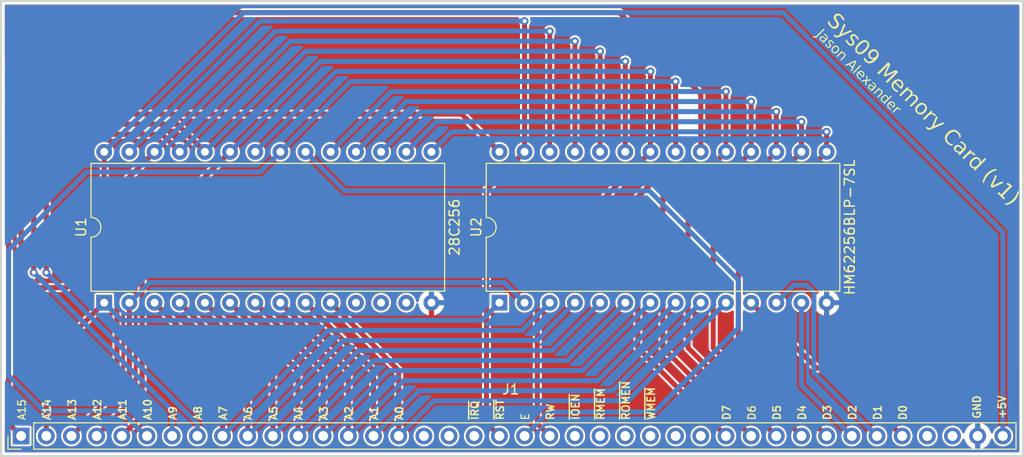
<source format=kicad_pcb>
(kicad_pcb (version 20221018) (generator pcbnew)
  (layers (0 "F.Cu" signal) (31 "B.Cu" signal) (34 "B.Paste" user) (35 "F.Paste" user) (36 "B.SilkS" user "B.Silkscreen") (37 "F.SilkS" user "F.Silkscreen") (38 "B.Mask" user) (39 "F.Mask" user) (44 "Edge.Cuts" user))
  (net 0 "")
  (net 1 "/A15")
  (net 2 "/A14")
  (net 3 "/A13")
  (net 4 "/A12")
  (net 5 "/A11")
  (net 6 "/A10")
  (net 7 "/A9")
  (net 8 "/A8")
  (net 9 "/A7")
  (net 10 "/A6")
  (net 11 "/A5")
  (net 12 "/A4")
  (net 13 "/A3")
  (net 14 "/A2")
  (net 15 "/A1")
  (net 16 "/A0")
  (net 19 "/~{RST}")
  (net 20 "/E")
  (net 21 "/RW")
  (net 22 "/~{IOEN}")
  (net 23 "/~{RMEM}")
  (net 24 "/~{ROMEN}")
  (net 25 "/~{WMEM}")
  (net 26 "/~{IRQ}")
  (net 29 "/DA7")
  (net 30 "/DA6")
  (net 31 "/DA5")
  (net 32 "/DA4")
  (net 33 "/DA3")
  (net 34 "/DA2")
  (net 35 "/DA1")
  (net 36 "/DA0")
  (net 39 "GND")
  (net 40 "VCC")
  (footprint "Package_DIP:DIP-28_W15.24mm" (layer "F.Cu") (at 105.783 122.055 90)
    (fp_text reference "U1" (at 7.62 -2.33 90) (layer "F.SilkS"))
    (fp_text value "28C256" (at 7.62 35.35 90) (layer "F.SilkS"))
    (fp_line (start 1.16 -1.33) (end 1.16 34.35) (stroke (width 0.12)) (layer "F.SilkS"))
    (fp_line (start 1.16 34.35) (end 14.08 34.35) (stroke (width 0.12)) (layer "F.SilkS"))
    (fp_line (start 6.62 -1.33) (end 1.16 -1.33) (stroke (width 0.12)) (layer "F.SilkS"))
    (fp_line (start 14.08 -1.33) (end 8.62 -1.33) (stroke (width 0.12)) (layer "F.SilkS"))
    (fp_line (start 14.08 34.35) (end 14.08 -1.33) (stroke (width 0.12)) (layer "F.SilkS"))
    (fp_arc (start 8.62 -1.33) (mid 7.62 -0.33) (end 6.62 -1.33) (stroke (width 0.12)) (layer "F.SilkS"))
    (pad "1" thru_hole rect (at 0 0 90) (size 1.6 1.6) (drill 0.8) (layers "*.Cu" "*.Mask") (net 2 "/A14"))
    (pad "2" thru_hole oval (at 0 2.54 90) (size 1.6 1.6) (drill 0.8) (layers "*.Cu" "*.Mask") (net 4 "/A12"))
    (pad "3" thru_hole oval (at 0 5.08 90) (size 1.6 1.6) (drill 0.8) (layers "*.Cu" "*.Mask") (net 9 "/A7"))
    (pad "4" thru_hole oval (at 0 7.62 90) (size 1.6 1.6) (drill 0.8) (layers "*.Cu" "*.Mask") (net 10 "/A6"))
    (pad "5" thru_hole oval (at 0 10.16 90) (size 1.6 1.6) (drill 0.8) (layers "*.Cu" "*.Mask") (net 11 "/A5"))
    (pad "6" thru_hole oval (at 0 12.7 90) (size 1.6 1.6) (drill 0.8) (layers "*.Cu" "*.Mask") (net 12 "/A4"))
    (pad "7" thru_hole oval (at 0 15.24 90) (size 1.6 1.6) (drill 0.8) (layers "*.Cu" "*.Mask") (net 13 "/A3"))
    (pad "8" thru_hole oval (at 0 17.78 90) (size 1.6 1.6) (drill 0.8) (layers "*.Cu" "*.Mask") (net 14 "/A2"))
    (pad "9" thru_hole oval (at 0 20.32 90) (size 1.6 1.6) (drill 0.8) (layers "*.Cu" "*.Mask") (net 15 "/A1"))
    (pad "10" thru_hole oval (at 0 22.86 90) (size 1.6 1.6) (drill 0.8) (layers "*.Cu" "*.Mask") (net 16 "/A0"))
    (pad "11" thru_hole oval (at 0 25.4 90) (size 1.6 1.6) (drill 0.8) (layers "*.Cu" "*.Mask") (net 36 "/DA0"))
    (pad "12" thru_hole oval (at 0 27.94 90) (size 1.6 1.6) (drill 0.8) (layers "*.Cu" "*.Mask") (net 35 "/DA1"))
    (pad "13" thru_hole oval (at 0 30.48 90) (size 1.6 1.6) (drill 0.8) (layers "*.Cu" "*.Mask") (net 34 "/DA2"))
    (pad "14" thru_hole oval (at 0 33.02 90) (size 1.6 1.6) (drill 0.8) (layers "*.Cu" "*.Mask") (net 39 "GND"))
    (pad "15" thru_hole oval (at 15.24 33.02 90) (size 1.6 1.6) (drill 0.8) (layers "*.Cu" "*.Mask") (net 33 "/DA3"))
    (pad "16" thru_hole oval (at 15.24 30.48 90) (size 1.6 1.6) (drill 0.8) (layers "*.Cu" "*.Mask") (net 32 "/DA4"))
    (pad "17" thru_hole oval (at 15.24 27.94 90) (size 1.6 1.6) (drill 0.8) (layers "*.Cu" "*.Mask") (net 31 "/DA5"))
    (pad "18" thru_hole oval (at 15.24 25.4 90) (size 1.6 1.6) (drill 0.8) (layers "*.Cu" "*.Mask") (net 30 "/DA6"))
    (pad "19" thru_hole oval (at 15.24 22.86 90) (size 1.6 1.6) (drill 0.8) (layers "*.Cu" "*.Mask") (net 29 "/DA7"))
    (pad "20" thru_hole oval (at 15.24 20.32 90) (size 1.6 1.6) (drill 0.8) (layers "*.Cu" "*.Mask") (net 24 "/~{ROMEN}"))
    (pad "21" thru_hole oval (at 15.24 17.78 90) (size 1.6 1.6) (drill 0.8) (layers "*.Cu" "*.Mask") (net 6 "/A10"))
    (pad "22" thru_hole oval (at 15.24 15.24 90) (size 1.6 1.6) (drill 0.8) (layers "*.Cu" "*.Mask") (net 23 "/~{RMEM}"))
    (pad "23" thru_hole oval (at 15.24 12.7 90) (size 1.6 1.6) (drill 0.8) (layers "*.Cu" "*.Mask") (net 5 "/A11"))
    (pad "24" thru_hole oval (at 15.24 10.16 90) (size 1.6 1.6) (drill 0.8) (layers "*.Cu" "*.Mask") (net 7 "/A9"))
    (pad "25" thru_hole oval (at 15.24 7.62 90) (size 1.6 1.6) (drill 0.8) (layers "*.Cu" "*.Mask") (net 8 "/A8"))
    (pad "26" thru_hole oval (at 15.24 5.08 90) (size 1.6 1.6) (drill 0.8) (layers "*.Cu" "*.Mask") (net 3 "/A13"))
    (pad "27" thru_hole oval (at 15.24 2.54 90) (size 1.6 1.6) (drill 0.8) (layers "*.Cu" "*.Mask") (net 25 "/~{WMEM}"))
    (pad "28" thru_hole oval (at 15.24 0 90) (size 1.6 1.6) (drill 0.8) (layers "*.Cu" "*.Mask") (net 40 "VCC"))
  )
  (footprint "Package_DIP:DIP-28_W15.24mm" (layer "F.Cu") (at 145.661 122.055 90)
    (fp_text reference "U2" (at 7.62 -2.33 90) (layer "F.SilkS"))
    (fp_text value "HM62256BLP-7SL" (at 7.62 35.35 90) (layer "F.SilkS"))
    (fp_line (start 1.16 -1.33) (end 1.16 34.35) (stroke (width 0.12)) (layer "F.SilkS"))
    (fp_line (start 1.16 34.35) (end 14.08 34.35) (stroke (width 0.12)) (layer "F.SilkS"))
    (fp_line (start 6.62 -1.33) (end 1.16 -1.33) (stroke (width 0.12)) (layer "F.SilkS"))
    (fp_line (start 14.08 -1.33) (end 8.62 -1.33) (stroke (width 0.12)) (layer "F.SilkS"))
    (fp_line (start 14.08 34.35) (end 14.08 -1.33) (stroke (width 0.12)) (layer "F.SilkS"))
    (fp_arc (start 8.62 -1.33) (mid 7.62 -0.33) (end 6.62 -1.33) (stroke (width 0.12)) (layer "F.SilkS"))
    (pad "1" thru_hole rect (at 0 0 90) (size 1.6 1.6) (drill 0.8) (layers "*.Cu" "*.Mask") (net 2 "/A14"))
    (pad "2" thru_hole oval (at 0 2.54 90) (size 1.6 1.6) (drill 0.8) (layers "*.Cu" "*.Mask") (net 4 "/A12"))
    (pad "3" thru_hole oval (at 0 5.08 90) (size 1.6 1.6) (drill 0.8) (layers "*.Cu" "*.Mask") (net 9 "/A7"))
    (pad "4" thru_hole oval (at 0 7.62 90) (size 1.6 1.6) (drill 0.8) (layers "*.Cu" "*.Mask") (net 10 "/A6"))
    (pad "5" thru_hole oval (at 0 10.16 90) (size 1.6 1.6) (drill 0.8) (layers "*.Cu" "*.Mask") (net 11 "/A5"))
    (pad "6" thru_hole oval (at 0 12.7 90) (size 1.6 1.6) (drill 0.8) (layers "*.Cu" "*.Mask") (net 12 "/A4"))
    (pad "7" thru_hole oval (at 0 15.24 90) (size 1.6 1.6) (drill 0.8) (layers "*.Cu" "*.Mask") (net 13 "/A3"))
    (pad "8" thru_hole oval (at 0 17.78 90) (size 1.6 1.6) (drill 0.8) (layers "*.Cu" "*.Mask") (net 14 "/A2"))
    (pad "9" thru_hole oval (at 0 20.32 90) (size 1.6 1.6) (drill 0.8) (layers "*.Cu" "*.Mask") (net 15 "/A1"))
    (pad "10" thru_hole oval (at 0 22.86 90) (size 1.6 1.6) (drill 0.8) (layers "*.Cu" "*.Mask") (net 16 "/A0"))
    (pad "11" thru_hole oval (at 0 25.4 90) (size 1.6 1.6) (drill 0.8) (layers "*.Cu" "*.Mask") (net 36 "/DA0"))
    (pad "12" thru_hole oval (at 0 27.94 90) (size 1.6 1.6) (drill 0.8) (layers "*.Cu" "*.Mask") (net 35 "/DA1"))
    (pad "13" thru_hole oval (at 0 30.48 90) (size 1.6 1.6) (drill 0.8) (layers "*.Cu" "*.Mask") (net 34 "/DA2"))
    (pad "14" thru_hole oval (at 0 33.02 90) (size 1.6 1.6) (drill 0.8) (layers "*.Cu" "*.Mask") (net 39 "GND"))
    (pad "15" thru_hole oval (at 15.24 33.02 90) (size 1.6 1.6) (drill 0.8) (layers "*.Cu" "*.Mask") (net 33 "/DA3"))
    (pad "16" thru_hole oval (at 15.24 30.48 90) (size 1.6 1.6) (drill 0.8) (layers "*.Cu" "*.Mask") (net 32 "/DA4"))
    (pad "17" thru_hole oval (at 15.24 27.94 90) (size 1.6 1.6) (drill 0.8) (layers "*.Cu" "*.Mask") (net 31 "/DA5"))
    (pad "18" thru_hole oval (at 15.24 25.4 90) (size 1.6 1.6) (drill 0.8) (layers "*.Cu" "*.Mask") (net 30 "/DA6"))
    (pad "19" thru_hole oval (at 15.24 22.86 90) (size 1.6 1.6) (drill 0.8) (layers "*.Cu" "*.Mask") (net 29 "/DA7"))
    (pad "20" thru_hole oval (at 15.24 20.32 90) (size 1.6 1.6) (drill 0.8) (layers "*.Cu" "*.Mask") (net 1 "/A15"))
    (pad "21" thru_hole oval (at 15.24 17.78 90) (size 1.6 1.6) (drill 0.8) (layers "*.Cu" "*.Mask") (net 6 "/A10"))
    (pad "22" thru_hole oval (at 15.24 15.24 90) (size 1.6 1.6) (drill 0.8) (layers "*.Cu" "*.Mask") (net 23 "/~{RMEM}"))
    (pad "23" thru_hole oval (at 15.24 12.7 90) (size 1.6 1.6) (drill 0.8) (layers "*.Cu" "*.Mask") (net 5 "/A11"))
    (pad "24" thru_hole oval (at 15.24 10.16 90) (size 1.6 1.6) (drill 0.8) (layers "*.Cu" "*.Mask") (net 7 "/A9"))
    (pad "25" thru_hole oval (at 15.24 7.62 90) (size 1.6 1.6) (drill 0.8) (layers "*.Cu" "*.Mask") (net 8 "/A8"))
    (pad "26" thru_hole oval (at 15.24 5.08 90) (size 1.6 1.6) (drill 0.8) (layers "*.Cu" "*.Mask") (net 3 "/A13"))
    (pad "27" thru_hole oval (at 15.24 2.54 90) (size 1.6 1.6) (drill 0.8) (layers "*.Cu" "*.Mask") (net 25 "/~{WMEM}"))
    (pad "28" thru_hole oval (at 15.24 0 90) (size 1.6 1.6) (drill 0.8) (layers "*.Cu" "*.Mask") (net 40 "VCC"))
  )
  (footprint "Connector_PinHeader_2.54mm:PinHeader_1x40_P2.54mm_Vertical" (layer "F.Cu") (at 97.401 135.517 90)
    (fp_text reference "J1" (at 4.707 49.411) (layer "F.SilkS"))
    (fp_text value "Conn_01x40_Pin" hide)
    (fp_line (start -1.33 -1.33) (end 0 -1.33) (stroke (width 0.12)) (layer "F.SilkS"))
    (fp_line (start -1.33 0) (end -1.33 -1.33) (stroke (width 0.12)) (layer "F.SilkS"))
    (fp_line (start -1.33 1.27) (end -1.33 100.39) (stroke (width 0.12)) (layer "F.SilkS"))
    (fp_line (start -1.33 1.27) (end 1.33 1.27) (stroke (width 0.12)) (layer "F.SilkS"))
    (fp_line (start -1.33 100.39) (end 1.33 100.39) (stroke (width 0.12)) (layer "F.SilkS"))
    (fp_line (start 1.33 1.27) (end 1.33 100.39) (stroke (width 0.12)) (layer "F.SilkS"))
    (pad "1" thru_hole rect (at 0 0 90) (size 1.7 1.7) (drill 1) (layers "*.Cu" "*.Mask") (net 1 "/A15"))
    (pad "2" thru_hole oval (at 0 2.54 90) (size 1.7 1.7) (drill 1) (layers "*.Cu" "*.Mask") (net 2 "/A14"))
    (pad "3" thru_hole oval (at 0 5.08 90) (size 1.7 1.7) (drill 1) (layers "*.Cu" "*.Mask") (net 3 "/A13"))
    (pad "4" thru_hole oval (at 0 7.62 90) (size 1.7 1.7) (drill 1) (layers "*.Cu" "*.Mask") (net 4 "/A12"))
    (pad "5" thru_hole oval (at 0 10.16 90) (size 1.7 1.7) (drill 1) (layers "*.Cu" "*.Mask") (net 5 "/A11"))
    (pad "6" thru_hole oval (at 0 12.7 90) (size 1.7 1.7) (drill 1) (layers "*.Cu" "*.Mask") (net 6 "/A10"))
    (pad "7" thru_hole oval (at 0 15.24 90) (size 1.7 1.7) (drill 1) (layers "*.Cu" "*.Mask") (net 7 "/A9"))
    (pad "8" thru_hole oval (at 0 17.78 90) (size 1.7 1.7) (drill 1) (layers "*.Cu" "*.Mask") (net 8 "/A8"))
    (pad "9" thru_hole oval (at 0 20.32 90) (size 1.7 1.7) (drill 1) (layers "*.Cu" "*.Mask") (net 9 "/A7"))
    (pad "10" thru_hole oval (at 0 22.86 90) (size 1.7 1.7) (drill 1) (layers "*.Cu" "*.Mask") (net 10 "/A6"))
    (pad "11" thru_hole oval (at 0 25.4 90) (size 1.7 1.7) (drill 1) (layers "*.Cu" "*.Mask") (net 11 "/A5"))
    (pad "12" thru_hole oval (at 0 27.94 90) (size 1.7 1.7) (drill 1) (layers "*.Cu" "*.Mask") (net 12 "/A4"))
    (pad "13" thru_hole oval (at 0 30.48 90) (size 1.7 1.7) (drill 1) (layers "*.Cu" "*.Mask") (net 13 "/A3"))
    (pad "14" thru_hole oval (at 0 33.02 90) (size 1.7 1.7) (drill 1) (layers "*.Cu" "*.Mask") (net 14 "/A2"))
    (pad "15" thru_hole oval (at 0 35.56 90) (size 1.7 1.7) (drill 1) (layers "*.Cu" "*.Mask") (net 15 "/A1"))
    (pad "16" thru_hole oval (at 0 38.1 90) (size 1.7 1.7) (drill 1) (layers "*.Cu" "*.Mask") (net 16 "/A0"))
    (pad "17" thru_hole oval (at 0 40.64 90) (size 1.7 1.7) (drill 1) (layers "*.Cu" "*.Mask"))
    (pad "18" thru_hole oval (at 0 43.18 90) (size 1.7 1.7) (drill 1) (layers "*.Cu" "*.Mask"))
    (pad "19" thru_hole oval (at 0 45.72 90) (size 1.7 1.7) (drill 1) (layers "*.Cu" "*.Mask") (net 26 "/~{IRQ}"))
    (pad "20" thru_hole oval (at 0 48.26 90) (size 1.7 1.7) (drill 1) (layers "*.Cu" "*.Mask") (net 25 "/~{WMEM}"))
    (pad "21" thru_hole oval (at 0 50.8 90) (size 1.7 1.7) (drill 1) (layers "*.Cu" "*.Mask") (net 24 "/~{ROMEN}"))
    (pad "22" thru_hole oval (at 0 53.34 90) (size 1.7 1.7) (drill 1) (layers "*.Cu" "*.Mask") (net 23 "/~{RMEM}"))
    (pad "23" thru_hole oval (at 0 55.88 90) (size 1.7 1.7) (drill 1) (layers "*.Cu" "*.Mask") (net 22 "/~{IOEN}"))
    (pad "24" thru_hole oval (at 0 58.42 90) (size 1.7 1.7) (drill 1) (layers "*.Cu" "*.Mask") (net 21 "/RW"))
    (pad "25" thru_hole oval (at 0 60.96 90) (size 1.7 1.7) (drill 1) (layers "*.Cu" "*.Mask") (net 20 "/E"))
    (pad "26" thru_hole oval (at 0 63.5 90) (size 1.7 1.7) (drill 1) (layers "*.Cu" "*.Mask") (net 19 "/~{RST}"))
    (pad "27" thru_hole oval (at 0 66.04 90) (size 1.7 1.7) (drill 1) (layers "*.Cu" "*.Mask"))
    (pad "28" thru_hole oval (at 0 68.58 90) (size 1.7 1.7) (drill 1) (layers "*.Cu" "*.Mask"))
    (pad "29" thru_hole oval (at 0 71.12 90) (size 1.7 1.7) (drill 1) (layers "*.Cu" "*.Mask") (net 29 "/DA7"))
    (pad "30" thru_hole oval (at 0 73.66 90) (size 1.7 1.7) (drill 1) (layers "*.Cu" "*.Mask") (net 30 "/DA6"))
    (pad "31" thru_hole oval (at 0 76.2 90) (size 1.7 1.7) (drill 1) (layers "*.Cu" "*.Mask") (net 31 "/DA5"))
    (pad "32" thru_hole oval (at 0 78.74 90) (size 1.7 1.7) (drill 1) (layers "*.Cu" "*.Mask") (net 32 "/DA4"))
    (pad "33" thru_hole oval (at 0 81.28 90) (size 1.7 1.7) (drill 1) (layers "*.Cu" "*.Mask") (net 33 "/DA3"))
    (pad "34" thru_hole oval (at 0 83.82 90) (size 1.7 1.7) (drill 1) (layers "*.Cu" "*.Mask") (net 34 "/DA2"))
    (pad "35" thru_hole oval (at 0 86.36 90) (size 1.7 1.7) (drill 1) (layers "*.Cu" "*.Mask") (net 35 "/DA1"))
    (pad "36" thru_hole oval (at 0 88.9 90) (size 1.7 1.7) (drill 1) (layers "*.Cu" "*.Mask") (net 36 "/DA0"))
    (pad "37" thru_hole oval (at 0 91.44 90) (size 1.7 1.7) (drill 1) (layers "*.Cu" "*.Mask"))
    (pad "38" thru_hole oval (at 0 93.98 90) (size 1.7 1.7) (drill 1) (layers "*.Cu" "*.Mask"))
    (pad "39" thru_hole oval (at 0 96.52 90) (size 1.7 1.7) (drill 1) (layers "*.Cu" "*.Mask") (net 39 "GND"))
    (pad "40" thru_hole oval (at 0 99.06 90) (size 1.7 1.7) (drill 1) (layers "*.Cu" "*.Mask") (net 40 "VCC"))
  )
  (gr_line (start 198.493 91.575) (end 95.369 91.575) (stroke (width 0.2)) (layer "Edge.Cuts"))
  (gr_line (start 95.369 91.575) (end 95.374 137.549) (stroke (width 0.2)) (layer "Edge.Cuts"))
  (gr_line (start 198.493 91.575) (end 198.498 137.549) (stroke (width 0.2)) (layer "Edge.Cuts"))
  (gr_line (start 95.374 137.549) (end 198.498 137.549) (stroke (width 0.2)) (layer "Edge.Cuts"))
  (gr_text "A8" (at 115.694 133.993 90) (layer "F.SilkS") (effects (font (size 0.762 0.762)) (justify left bottom)))
  (gr_text "A1" (at 133.474 133.993 90) (layer "F.SilkS") (effects (font (size 0.762 0.762)) (justify left bottom)))
  (gr_text "D0" (at 186.814 133.993 90) (layer "F.SilkS") (effects (font (size 0.762 0.762)) (justify left bottom)))
  (gr_text "D7" (at 169.034 133.993 90) (layer "F.SilkS") (effects (font (size 0.762 0.762)) (justify left bottom)))
  (gr_text "A14" (at 100.454 133.993 90) (layer "F.SilkS") (effects (font (size 0.762 0.762)) (justify left bottom)))
  (gr_text "D5" (at 174.114 133.993 90) (layer "F.SilkS") (effects (font (size 0.762 0.762)) (justify left bottom)))
  (gr_text "A5" (at 123.314 133.993 90) (layer "F.SilkS") (effects (font (size 0.762 0.762)) (justify left bottom)))
  (gr_text "A15" (at 97.914 133.993 90) (layer "F.SilkS") (effects (font (size 0.762 0.762) (thickness 0.127)) (justify left bottom)))
  (gr_text "~{RMEM}" (at 156.334 133.993 90) (layer "F.SilkS") (effects (font (size 0.762 0.762)) (justify left bottom)))
  (gr_text "A12" (at 105.534 133.993 90) (layer "F.SilkS") (effects (font (size 0.762 0.762)) (justify left bottom)))
  (gr_text "~{RST}" (at 146.174 133.993 90) (layer "F.SilkS") (effects (font (size 0.762 0.762)) (justify left bottom)))
  (gr_text "+5V" (at 196.834 133.853 90) (layer "F.SilkS") (effects (font (size 0.762 0.762)) (justify left bottom)))
  (gr_text "D3" (at 179.194 133.993 90) (layer "F.SilkS") (effects (font (size 0.762 0.762)) (justify left bottom)))
  (gr_text "D2" (at 181.734 133.993 90) (layer "F.SilkS") (effects (font (size 0.762 0.762)) (justify left bottom)))
  (gr_text "Sys09 Memory Card (v1)" (at 178.427 93.861 315) (layer "F.SilkS") (effects (font (size 1.524 1.524)) (justify left bottom)))
  (gr_text "A11" (at 108.074 133.993 90) (layer "F.SilkS") (effects (font (size 0.762 0.762)) (justify left bottom)))
  (gr_text "A3" (at 128.394 133.993 90) (layer "F.SilkS") (effects (font (size 0.762 0.762)) (justify left bottom)))
  (gr_text "D1" (at 184.274 133.993 90) (layer "F.SilkS") (effects (font (size 0.762 0.762)) (justify left bottom)))
  (gr_text "A0" (at 136.014 133.993 90) (layer "F.SilkS") (effects (font (size 0.762 0.762)) (justify left bottom)))
  (gr_text "A13" (at 102.994 133.993 90) (layer "F.SilkS") (effects (font (size 0.762 0.762)) (justify left bottom)))
  (gr_text "D4" (at 176.654 133.993 90) (layer "F.SilkS") (effects (font (size 0.762 0.762)) (justify left bottom)))
  (gr_text "A10\n" (at 110.614 133.993 90) (layer "F.SilkS") (effects (font (size 0.762 0.762)) (justify left bottom)))
  (gr_text "~{ROMEN}" (at 158.874 133.993 90) (layer "F.SilkS") (effects (font (size 0.762 0.762)) (justify left bottom)))
  (gr_text "~{IOEN}" (at 153.794 133.993 90) (layer "F.SilkS") (effects (font (size 0.762 0.762)) (justify left bottom)))
  (gr_text "E" (at 148.714 133.993 90) (layer "F.SilkS") (effects (font (size 0.762 0.762) (thickness 0.127)) (justify left bottom)))
  (gr_text "RW" (at 151.254 133.993 90) (layer "F.SilkS") (effects (font (size 0.762 0.762)) (justify left bottom)))
  (gr_text "A9" (at 113.154 133.993 90) (layer "F.SilkS") (effects (font (size 0.762 0.762)) (justify left bottom)))
  (gr_text "~{WMEM}" (at 161.414 133.993 90) (layer "F.SilkS") (effects (font (size 0.762 0.762)) (justify left bottom)))
  (gr_text "A2" (at 130.934 133.993 90) (layer "F.SilkS") (effects (font (size 0.762 0.762)) (justify left bottom)))
  (gr_text "A6" (at 120.774 133.993 90) (layer "F.SilkS") (effects (font (size 0.762 0.762) (thickness 0.127)) (justify left bottom)))
  (gr_text "A4" (at 125.854 133.993 90) (layer "F.SilkS") (effects (font (size 0.762 0.762)) (justify left bottom)))
  (gr_text "A7" (at 118.234 133.993 90) (layer "F.SilkS") (effects (font (size 0.762 0.762)) (justify left bottom)))
  (gr_text "~{IRQ}" (at 143.634 133.993 90) (layer "F.SilkS") (effects (font (size 0.762 0.762)) (justify left bottom)))
  (gr_text "Jason Alexander" (at 177.411 95.131 315) (layer "F.SilkS") (effects (font (size 1.016 1.016)) (justify left bottom)))
  (gr_text "D6" (at 171.574 133.993 90) (layer "F.SilkS") (effects (font (size 0.762 0.762) (thickness 0.127)) (justify left bottom)))
  (gr_text "GND" (at 194.294 133.853 90) (layer "F.SilkS") (effects (font (size 0.762 0.762)) (justify left bottom)))
  (segment (start 97.401 135.517) (end 96.131 134.247) (width 0.508) (layer "F.Cu") (net 1))
  (segment (start 157.761 92.753) (end 165.981 100.973) (width 0.508) (layer "F.Cu") (net 1))
  (segment (start 96.131 134.247) (end 96.131 97.925) (width 0.508) (layer "F.Cu") (net 1))
  (segment (start 165.981 100.973) (end 165.981 106.815) (width 0.508) (layer "F.Cu") (net 1))
  (segment (start 101.303 92.753) (end 157.761 92.753) (width 0.508) (layer "F.Cu") (net 1))
  (segment (start 96.131 97.925) (end 101.303 92.753) (width 0.508) (layer "F.Cu") (net 1))
  (segment (start 99.941 135.517) (end 99.941 127.897) (width 0.508) (layer "F.Cu") (net 2))
  (segment (start 99.941 127.897) (end 105.783 122.055) (width 0.508) (layer "F.Cu") (net 2))
  (segment (start 107.561 123.833) (end 105.783 122.055) (width 0.508) (layer "B.Cu") (net 2))
  (segment (start 143.883 123.833) (end 107.561 123.833) (width 0.508) (layer "B.Cu") (net 2))
  (segment (start 145.661 122.055) (end 143.883 123.833) (width 0.508) (layer "B.Cu") (net 2))
  (segment (start 107.069 130.929) (end 107.069 110.609) (width 0.508) (layer "F.Cu") (net 3))
  (segment (start 107.069 110.609) (end 110.863 106.815) (width 0.508) (layer "F.Cu") (net 3))
  (segment (start 102.481 135.517) (end 107.069 130.929) (width 0.508) (layer "F.Cu") (net 3))
  (segment (start 150.741 106.815) (end 150.741 94.623) (width 0.508) (layer "F.Cu") (net 3))
  (via (at 150.741 94.623) (size 0.8) (drill 0.4) (layers "F.Cu" "B.Cu") (net 3))
  (segment (start 150.741 94.623) (end 123.055 94.623) (width 0.508) (layer "B.Cu") (net 3))
  (segment (start 123.055 94.623) (end 110.863 106.815) (width 0.508) (layer "B.Cu") (net 3))
  (segment (start 105.021 135.517) (end 108.323 132.215) (width 0.508) (layer "F.Cu") (net 4))
  (segment (start 108.323 132.215) (end 108.323 122.055) (width 0.508) (layer "F.Cu") (net 4))
  (segment (start 110.355 120.023) (end 146.169 120.023) (width 0.508) (layer "B.Cu") (net 4))
  (segment (start 108.323 122.055) (end 110.355 120.023) (width 0.508) (layer "B.Cu") (net 4))
  (segment (start 146.169 120.023) (end 148.201 122.055) (width 0.508) (layer "B.Cu") (net 4))
  (segment (start 109.609 115.689) (end 118.483 106.815) (width 0.508) (layer "F.Cu") (net 5))
  (segment (start 109.609 133.469) (end 109.609 115.689) (width 0.508) (layer "F.Cu") (net 5))
  (segment (start 107.561 135.517) (end 109.609 133.469) (width 0.508) (layer "F.Cu") (net 5))
  (segment (start 158.361 106.815) (end 158.361 97.671) (width 0.508) (layer "F.Cu") (net 5))
  (via (at 158.361 97.671) (size 0.8) (drill 0.4) (layers "F.Cu" "B.Cu") (net 5))
  (segment (start 158.361 97.671) (end 127.627 97.671) (width 0.508) (layer "B.Cu") (net 5))
  (segment (start 127.627 97.671) (end 118.483 106.815) (width 0.508) (layer "B.Cu") (net 5))
  (segment (start 163.441 106.815) (end 163.441 99.703) (width 0.508) (layer "F.Cu") (net 6))
  (via (at 163.441 99.703) (size 0.8) (drill 0.4) (layers "F.Cu" "B.Cu") (net 6))
  (segment (start 121.531 108.847) (end 123.563 106.815) (width 0.508) (layer "B.Cu") (net 6))
  (segment (start 96.131 129.421) (end 96.131 116.721) (width 0.508) (layer "B.Cu") (net 6))
  (segment (start 109.974 135.517) (end 107.434 132.977) (width 0.508) (layer "B.Cu") (net 6))
  (segment (start 107.434 132.977) (end 99.687 132.977) (width 0.508) (layer "B.Cu") (net 6))
  (segment (start 130.675 99.703) (end 123.563 106.815) (width 0.508) (layer "B.Cu") (net 6))
  (segment (start 99.687 132.977) (end 96.131 129.421) (width 0.508) (layer "B.Cu") (net 6))
  (segment (start 104.005 108.847) (end 121.531 108.847) (width 0.508) (layer "B.Cu") (net 6))
  (segment (start 110.101 135.517) (end 109.974 135.517) (width 0.508) (layer "B.Cu") (net 6))
  (segment (start 163.441 99.703) (end 130.675 99.703) (width 0.508) (layer "B.Cu") (net 6))
  (segment (start 96.131 116.721) (end 104.005 108.847) (width 0.508) (layer "B.Cu") (net 6))
  (segment (start 98.671 108.593) (end 103.243 104.021) (width 0.508) (layer "F.Cu") (net 7))
  (segment (start 98.671 119.007) (end 98.671 108.593) (width 0.508) (layer "F.Cu") (net 7))
  (segment (start 113.149 104.021) (end 115.943 106.815) (width 0.508) (layer "F.Cu") (net 7))
  (segment (start 155.821 106.815) (end 155.821 96.655) (width 0.508) (layer "F.Cu") (net 7))
  (segment (start 103.243 104.021) (end 113.149 104.021) (width 0.508) (layer "F.Cu") (net 7))
  (via (at 155.821 96.655) (size 0.8) (drill 0.4) (layers "F.Cu" "B.Cu") (net 7))
  (via (at 98.671 119.007) (size 0.8) (drill 0.4) (layers "F.Cu" "B.Cu") (net 7))
  (segment (start 155.821 96.655) (end 126.103 96.655) (width 0.508) (layer "B.Cu") (net 7))
  (segment (start 98.671 119.007) (end 112.641 132.977) (width 0.508) (layer "B.Cu") (net 7))
  (segment (start 126.103 96.655) (end 115.943 106.815) (width 0.508) (layer "B.Cu") (net 7))
  (segment (start 112.641 132.977) (end 112.641 135.517) (width 0.508) (layer "B.Cu") (net 7))
  (segment (start 99.941 109.101) (end 104.005 105.037) (width 0.508) (layer "F.Cu") (net 8))
  (segment (start 99.941 119.007) (end 99.941 109.101) (width 0.508) (layer "F.Cu") (net 8))
  (segment (start 111.625 105.037) (end 113.403 106.815) (width 0.508) (layer "F.Cu") (net 8))
  (segment (start 153.281 106.815) (end 153.281 95.639) (width 0.508) (layer "F.Cu") (net 8))
  (segment (start 104.005 105.037) (end 111.625 105.037) (width 0.508) (layer "F.Cu") (net 8))
  (via (at 153.281 95.639) (size 0.8) (drill 0.4) (layers "F.Cu" "B.Cu") (net 8))
  (via (at 99.941 119.007) (size 0.8) (drill 0.4) (layers "F.Cu" "B.Cu") (net 8))
  (segment (start 153.281 95.639) (end 124.579 95.639) (width 0.508) (layer "B.Cu") (net 8))
  (segment (start 124.579 95.639) (end 113.403 106.815) (width 0.508) (layer "B.Cu") (net 8))
  (segment (start 115.181 134.247) (end 99.941 119.007) (width 0.508) (layer "B.Cu") (net 8))
  (segment (start 115.181 135.517) (end 115.181 134.247) (width 0.508) (layer "B.Cu") (net 8))
  (segment (start 117.721 128.913) (end 110.863 122.055) (width 0.508) (layer "F.Cu") (net 9))
  (segment (start 117.721 135.517) (end 117.721 128.913) (width 0.508) (layer "F.Cu") (net 9))
  (segment (start 117.721 135.517) (end 128.389 124.849) (width 0.508) (layer "B.Cu") (net 9))
  (segment (start 128.389 124.849) (end 147.947 124.849) (width 0.508) (layer "B.Cu") (net 9))
  (segment (start 147.947 124.849) (end 150.741 122.055) (width 0.508) (layer "B.Cu") (net 9))
  (segment (start 120.261 128.913) (end 113.403 122.055) (width 0.508) (layer "F.Cu") (net 10))
  (segment (start 120.261 135.517) (end 120.261 128.913) (width 0.508) (layer "F.Cu") (net 10))
  (segment (start 120.261 135.517) (end 129.913 125.865) (width 0.508) (layer "B.Cu") (net 10))
  (segment (start 149.471 125.865) (end 153.281 122.055) (width 0.508) (layer "B.Cu") (net 10))
  (segment (start 129.913 125.865) (end 149.471 125.865) (width 0.508) (layer "B.Cu") (net 10))
  (segment (start 122.801 128.913) (end 115.943 122.055) (width 0.508) (layer "F.Cu") (net 11))
  (segment (start 122.801 135.517) (end 122.801 128.913) (width 0.508) (layer "F.Cu") (net 11))
  (segment (start 150.995 126.881) (end 155.821 122.055) (width 0.508) (layer "B.Cu") (net 11))
  (segment (start 131.437 126.881) (end 150.995 126.881) (width 0.508) (layer "B.Cu") (net 11))
  (segment (start 122.801 135.517) (end 131.437 126.881) (width 0.508) (layer "B.Cu") (net 11))
  (segment (start 125.341 135.517) (end 125.341 128.913) (width 0.508) (layer "F.Cu") (net 12))
  (segment (start 125.341 128.913) (end 118.483 122.055) (width 0.508) (layer "F.Cu") (net 12))
  (segment (start 132.961 127.897) (end 152.519 127.897) (width 0.508) (layer "B.Cu") (net 12))
  (segment (start 125.341 135.517) (end 132.961 127.897) (width 0.508) (layer "B.Cu") (net 12))
  (segment (start 152.519 127.897) (end 158.361 122.055) (width 0.508) (layer "B.Cu") (net 12))
  (segment (start 127.881 128.913) (end 121.023 122.055) (width 0.508) (layer "F.Cu") (net 13))
  (segment (start 127.881 135.517) (end 127.881 128.913) (width 0.508) (layer "F.Cu") (net 13))
  (segment (start 127.881 135.517) (end 134.485 128.913) (width 0.508) (layer "B.Cu") (net 13))
  (segment (start 134.485 128.913) (end 154.043 128.913) (width 0.508) (layer "B.Cu") (net 13))
  (segment (start 154.043 128.913) (end 160.901 122.055) (width 0.508) (layer "B.Cu") (net 13))
  (segment (start 130.421 128.913) (end 123.563 122.055) (width 0.508) (layer "F.Cu") (net 14))
  (segment (start 130.421 135.517) (end 130.421 128.913) (width 0.508) (layer "F.Cu") (net 14))
  (segment (start 136.009 129.929) (end 155.567 129.929) (width 0.508) (layer "B.Cu") (net 14))
  (segment (start 155.567 129.929) (end 163.441 122.055) (width 0.508) (layer "B.Cu") (net 14))
  (segment (start 130.421 135.517) (end 136.009 129.929) (width 0.508) (layer "B.Cu") (net 14))
  (segment (start 132.961 135.517) (end 132.961 128.913) (width 0.508) (layer "F.Cu") (net 15))
  (segment (start 132.961 128.913) (end 126.103 122.055) (width 0.508) (layer "F.Cu") (net 15))
  (segment (start 132.961 135.517) (end 137.533 130.945) (width 0.508) (layer "B.Cu") (net 15))
  (segment (start 137.533 130.945) (end 157.091 130.945) (width 0.508) (layer "B.Cu") (net 15))
  (segment (start 157.091 130.945) (end 165.981 122.055) (width 0.508) (layer "B.Cu") (net 15))
  (segment (start 135.501 128.913) (end 128.643 122.055) (width 0.508) (layer "F.Cu") (net 16))
  (segment (start 135.501 135.517) (end 135.501 128.913) (width 0.508) (layer "F.Cu") (net 16))
  (segment (start 158.615 131.961) (end 168.521 122.055) (width 0.508) (layer "B.Cu") (net 16))
  (segment (start 139.057 131.961) (end 158.615 131.961) (width 0.508) (layer "B.Cu") (net 16))
  (segment (start 135.501 135.517) (end 139.057 131.961) (width 0.508) (layer "B.Cu") (net 16))
  (segment (start 160.901 106.815) (end 160.901 98.687) (width 0.508) (layer "F.Cu") (net 23))
  (segment (start 149.487 118.229) (end 160.901 106.815) (width 0.508) (layer "F.Cu") (net 23))
  (segment (start 149.487 134.263) (end 149.487 118.229) (width 0.508) (layer "F.Cu") (net 23))
  (segment (start 150.741 135.517) (end 149.487 134.263) (width 0.508) (layer "F.Cu") (net 23))
  (via (at 160.901 98.687) (size 0.8) (drill 0.4) (layers "F.Cu" "B.Cu") (net 23))
  (segment (start 129.151 98.687) (end 121.023 106.815) (width 0.508) (layer "B.Cu") (net 23))
  (segment (start 160.901 98.687) (end 129.151 98.687) (width 0.508) (layer "B.Cu") (net 23))
  (segment (start 169.775 119.737) (end 160.782 110.744) (width 0.508) (layer "B.Cu") (net 24))
  (segment (start 169.775 124.611) (end 169.775 119.737) (width 0.508) (layer "B.Cu") (net 24))
  (segment (start 160.782 110.744) (end 130.032 110.744) (width 0.508) (layer "B.Cu") (net 24))
  (segment (start 161.29 133.096) (end 169.775 124.611) (width 0.508) (layer "B.Cu") (net 24))
  (segment (start 130.032 110.744) (end 126.103 106.815) (width 0.508) (layer "B.Cu") (net 24))
  (segment (start 148.201 135.517) (end 150.622 133.096) (width 0.508) (layer "B.Cu") (net 24))
  (segment (start 150.622 133.096) (end 161.29 133.096) (width 0.508) (layer "B.Cu") (net 24))
  (segment (start 144.357 110.659) (end 148.201 106.815) (width 0.508) (layer "F.Cu") (net 25))
  (segment (start 148.201 106.815) (end 148.201 93.607) (width 0.508) (layer "F.Cu") (net 25))
  (segment (start 144.357 134.213) (end 144.357 110.659) (width 0.508) (layer "F.Cu") (net 25))
  (segment (start 145.661 135.517) (end 144.357 134.213) (width 0.508) (layer "F.Cu") (net 25))
  (via (at 148.201 93.607) (size 0.8) (drill 0.4) (layers "F.Cu" "B.Cu") (net 25))
  (segment (start 148.201 93.607) (end 121.531 93.607) (width 0.508) (layer "B.Cu") (net 25))
  (segment (start 121.531 93.607) (end 108.323 106.815) (width 0.508) (layer "B.Cu") (net 25))
  (segment (start 168.521 106.815) (end 168.521 100.719) (width 0.508) (layer "F.Cu") (net 29))
  (segment (start 159.631 111.387) (end 159.647 111.371) (width 0.508) (layer "F.Cu") (net 29))
  (segment (start 167.267 108.069) (end 168.521 106.815) (width 0.508) (layer "F.Cu") (net 29))
  (segment (start 159.631 111.387) (end 162.949 108.069) (width 0.508) (layer "F.Cu") (net 29))
  (segment (start 162.949 108.069) (end 167.267 108.069) (width 0.508) (layer "F.Cu") (net 29))
  (segment (start 168.521 135.517) (end 159.631 126.627) (width 0.508) (layer "F.Cu") (net 29))
  (segment (start 159.631 126.627) (end 159.631 111.387) (width 0.508) (layer "F.Cu") (net 29))
  (segment (start 159.647 115.689) (end 159.631 115.705) (width 0.508) (layer "F.Cu") (net 29))
  (via (at 168.521 100.719) (size 0.8) (drill 0.4) (layers "F.Cu" "B.Cu") (net 29))
  (segment (start 168.521 100.719) (end 134.739 100.719) (width 0.508) (layer "B.Cu") (net 29))
  (segment (start 134.739 100.719) (end 128.643 106.815) (width 0.508) (layer "B.Cu") (net 29))
  (segment (start 164.781 108.777) (end 169.099 108.777) (width 0.508) (layer "F.Cu") (net 30))
  (segment (start 162.155 115.721) (end 162.171 115.705) (width 0.508) (layer "F.Cu") (net 30))
  (segment (start 169.099 108.777) (end 171.061 106.815) (width 0.508) (layer "F.Cu") (net 30))
  (segment (start 162.171 111.387) (end 164.781 108.777) (width 0.508) (layer "F.Cu") (net 30))
  (segment (start 171.061 106.815) (end 171.061 101.735) (width 0.508) (layer "F.Cu") (net 30))
  (segment (start 162.155 126.611) (end 162.155 111.403) (width 0.508) (layer "F.Cu") (net 30))
  (segment (start 171.061 135.517) (end 162.155 126.611) (width 0.508) (layer "F.Cu") (net 30))
  (via (at 171.061 101.735) (size 0.8) (drill 0.4) (layers "F.Cu" "B.Cu") (net 30))
  (segment (start 171.061 101.735) (end 136.263 101.735) (width 0.508) (layer "B.Cu") (net 30))
  (segment (start 136.263 101.735) (end 131.183 106.815) (width 0.508) (layer "B.Cu") (net 30))
  (segment (start 170.931 109.485) (end 173.601 106.815) (width 0.508) (layer "F.Cu") (net 31))
  (segment (start 164.695 126.611) (end 164.695 111.403) (width 0.508) (layer "F.Cu") (net 31))
  (segment (start 164.695 115.721) (end 164.711 115.705) (width 0.508) (layer "F.Cu") (net 31))
  (segment (start 173.601 135.517) (end 164.695 126.611) (width 0.508) (layer "F.Cu") (net 31))
  (segment (start 166.613 109.485) (end 170.931 109.485) (width 0.508) (layer "F.Cu") (net 31))
  (segment (start 173.601 106.815) (end 173.601 102.751) (width 0.508) (layer "F.Cu") (net 31))
  (segment (start 164.711 111.387) (end 166.613 109.485) (width 0.508) (layer "F.Cu") (net 31))
  (via (at 173.601 102.751) (size 0.8) (drill 0.4) (layers "F.Cu" "B.Cu") (net 31))
  (segment (start 137.787 102.751) (end 133.723 106.815) (width 0.508) (layer "B.Cu") (net 31))
  (segment (start 173.601 102.751) (end 137.787 102.751) (width 0.508) (layer "B.Cu") (net 31))
  (segment (start 168.445 110.193) (end 172.763 110.193) (width 0.508) (layer "F.Cu") (net 32))
  (segment (start 167.235 115.721) (end 167.251 115.705) (width 0.508) (layer "F.Cu") (net 32))
  (segment (start 172.763 110.193) (end 176.141 106.815) (width 0.508) (layer "F.Cu") (net 32))
  (segment (start 167.251 111.387) (end 168.445 110.193) (width 0.508) (layer "F.Cu") (net 32))
  (segment (start 176.141 106.815) (end 176.141 103.767) (width 0.508) (layer "F.Cu") (net 32))
  (segment (start 176.141 135.517) (end 167.235 126.611) (width 0.508) (layer "F.Cu") (net 32))
  (segment (start 167.235 126.611) (end 167.235 111.403) (width 0.508) (layer "F.Cu") (net 32))
  (via (at 176.141 103.767) (size 0.8) (drill 0.4) (layers "F.Cu" "B.Cu") (net 32))
  (segment (start 139.311 103.767) (end 136.263 106.815) (width 0.508) (layer "B.Cu") (net 32))
  (segment (start 176.141 103.767) (end 139.311 103.767) (width 0.508) (layer "B.Cu") (net 32))
  (segment (start 178.681 135.517) (end 169.775 126.611) (width 0.508) (layer "F.Cu") (net 33))
  (segment (start 169.791 111.387) (end 170.277 110.901) (width 0.508) (layer "F.Cu") (net 33))
  (segment (start 169.775 115.721) (end 169.791 115.705) (width 0.508) (layer "F.Cu") (net 33))
  (segment (start 169.791 126.627) (end 169.775 126.611) (width 0.508) (layer "F.Cu") (net 33))
  (segment (start 178.681 104.783) (end 178.681 106.815) (width 0.508) (layer "F.Cu") (net 33))
  (segment (start 174.595 110.901) (end 178.681 106.815) (width 0.508) (layer "F.Cu") (net 33))
  (segment (start 169.775 126.611) (end 169.775 111.403) (width 0.508) (layer "F.Cu") (net 33))
  (segment (start 170.277 110.901) (end 174.595 110.901) (width 0.508) (layer "F.Cu") (net 33))
  (via (at 178.681 104.783) (size 0.8) (drill 0.4) (layers "F.Cu" "B.Cu") (net 33))
  (segment (start 140.835 104.783) (end 148.963 104.783) (width 0.508) (layer "B.Cu") (net 33))
  (segment (start 148.963 104.783) (end 178.681 104.783) (width 0.508) (layer "B.Cu") (net 33))
  (segment (start 138.803 106.815) (end 140.835 104.783) (width 0.508) (layer "B.Cu") (net 33))
  (segment (start 176.141 122.055) (end 176.141 130.437) (width 0.508) (layer "B.Cu") (net 34))
  (segment (start 176.141 130.437) (end 181.221 135.517) (width 0.508) (layer "B.Cu") (net 34))
  (segment (start 176.649 120.277) (end 175.379 120.277) (width 0.508) (layer "B.Cu") (net 35))
  (segment (start 175.379 120.277) (end 173.601 122.055) (width 0.508) (layer "B.Cu") (net 35))
  (segment (start 183.761 135.517) (end 177.395 129.151) (width 0.508) (layer "B.Cu") (net 35))
  (segment (start 177.395 129.151) (end 177.395 121.023) (width 0.508) (layer "B.Cu") (net 35))
  (segment (start 177.395 121.023) (end 176.649 120.277) (width 0.508) (layer "B.Cu") (net 35))
  (segment (start 186.301 135.517) (end 179.443 128.659) (width 0.508) (layer "F.Cu") (net 36))
  (segment (start 179.443 128.659) (end 177.665 128.659) (width 0.508) (layer "F.Cu") (net 36))
  (segment (start 177.665 128.659) (end 171.061 122.055) (width 0.508) (layer "F.Cu") (net 36))
  (segment (start 145.661 106.815) (end 141.851 103.005) (width 0.508) (layer "F.Cu") (net 40))
  (segment (start 97.401 108.085) (end 97.401 119.007) (width 0.508) (layer "F.Cu") (net 40))
  (segment (start 102.481 103.005) (end 97.401 108.085) (width 0.508) (layer "F.Cu") (net 40))
  (segment (start 141.851 103.005) (end 102.481 103.005) (width 0.508) (layer "F.Cu") (net 40))
  (segment (start 101.973 120.531) (end 105.783 116.721) (width 0.508) (layer "F.Cu") (net 40))
  (segment (start 97.401 119.007) (end 98.925 120.531) (width 0.508) (layer "F.Cu") (net 40))
  (segment (start 98.925 120.531) (end 101.973 120.531) (width 0.508) (layer "F.Cu") (net 40))
  (segment (start 105.783 116.721) (end 105.783 106.815) (width 0.508) (layer "F.Cu") (net 40))
  (segment (start 196.461 114.938) (end 196.461 135.517) (width 0.508) (layer "B.Cu") (net 40))
  (segment (start 174.276 92.753) (end 196.461 114.938) (width 0.508) (layer "B.Cu") (net 40))
  (segment (start 105.783 106.815) (end 119.845 92.753) (width 0.508) (layer "B.Cu") (net 40))
  (segment (start 119.845 92.753) (end 174.276 92.753) (width 0.508) (layer "B.Cu") (net 40))
  (zone (net 39) (net_name "GND") (layer "F.Cu") (connect_pads (clearance 0)) (min_thickness 0.254) (fill yes (thermal_gap 0.508) (thermal_bridge_width 0.508))
    (polygon (pts (xy 95.758 137.16) (xy 95.758 91.948) (xy 198.12 91.948) (xy 198.12 137.16)))
  )
  (zone (net 39) (net_name "GND") (layer "B.Cu") (priority 1) (connect_pads (clearance 0)) (min_thickness 0.254) (fill yes (thermal_gap 0.508) (thermal_bridge_width 0.508))
    (polygon (pts (xy 198.12 137.16) (xy 95.758 137.16) (xy 95.758 91.948) (xy 198.12 91.948)))
  )
)
</source>
